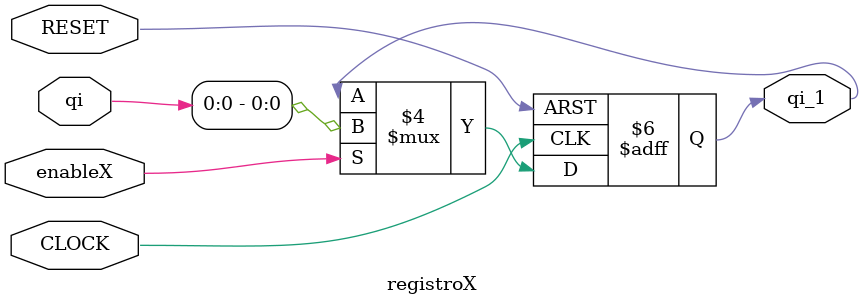
<source format=sv>

module registroX (qi, qi_1, CLOCK, RESET, enableX);

parameter tamano = 2;

input [tamano-1:0] qi;
input enableX;

output reg qi_1;

input CLOCK, RESET;

always_ff @(posedge CLOCK, negedge RESET)
begin
	if(!RESET)
		begin
		qi_1 <= 0;
		end
	else
	if(enableX)
		begin
		qi_1<= qi[0];

		end
	else
		qi_1<=qi_1;

end
		
endmodule
</source>
